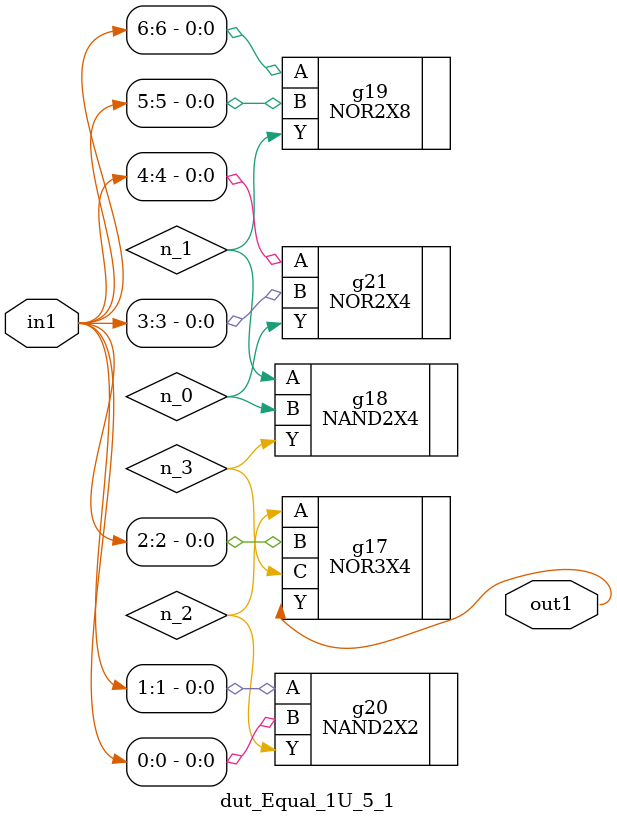
<source format=v>
`timescale 1ps / 1ps


module dut_Equal_1U_5_1(in1, out1);
  input [6:0] in1;
  output out1;
  wire [6:0] in1;
  wire out1;
  wire n_0, n_1, n_2, n_3;
  NOR3X4 g17(.A (n_2), .B (in1[2]), .C (n_3), .Y (out1));
  NAND2X4 g18(.A (n_1), .B (n_0), .Y (n_3));
  NAND2X2 g20(.A (in1[1]), .B (in1[0]), .Y (n_2));
  NOR2X8 g19(.A (in1[6]), .B (in1[5]), .Y (n_1));
  NOR2X4 g21(.A (in1[4]), .B (in1[3]), .Y (n_0));
endmodule



</source>
